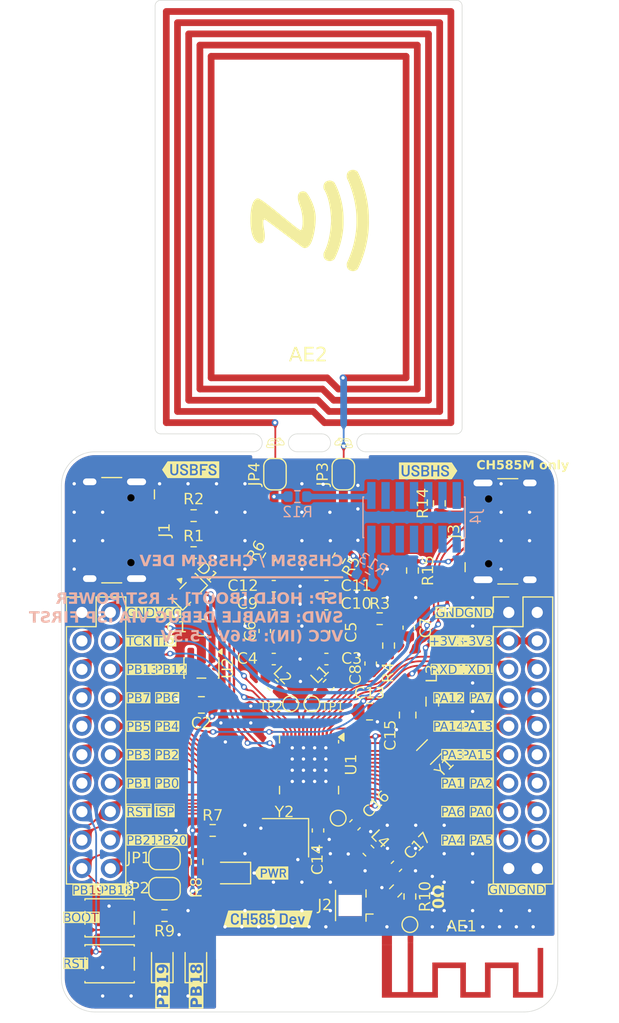
<source format=kicad_pcb>
(kicad_pcb
	(version 20241229)
	(generator "pcbnew")
	(generator_version "9.0")
	(general
		(thickness 1.6)
		(legacy_teardrops no)
	)
	(paper "A4")
	(layers
		(0 "F.Cu" signal)
		(2 "B.Cu" signal)
		(9 "F.Adhes" user "F.Adhesive")
		(11 "B.Adhes" user "B.Adhesive")
		(13 "F.Paste" user)
		(15 "B.Paste" user)
		(5 "F.SilkS" user "F.Silkscreen")
		(7 "B.SilkS" user "B.Silkscreen")
		(1 "F.Mask" user)
		(3 "B.Mask" user)
		(17 "Dwgs.User" user "User.Drawings")
		(19 "Cmts.User" user "User.Comments")
		(21 "Eco1.User" user "User.Eco1")
		(23 "Eco2.User" user "User.Eco2")
		(25 "Edge.Cuts" user)
		(27 "Margin" user)
		(31 "F.CrtYd" user "F.Courtyard")
		(29 "B.CrtYd" user "B.Courtyard")
		(35 "F.Fab" user)
		(33 "B.Fab" user)
		(39 "User.1" user)
		(41 "User.2" user)
		(43 "User.3" user)
		(45 "User.4" user)
	)
	(setup
		(stackup
			(layer "F.SilkS"
				(type "Top Silk Screen")
			)
			(layer "F.Paste"
				(type "Top Solder Paste")
			)
			(layer "F.Mask"
				(type "Top Solder Mask")
				(thickness 0.01)
			)
			(layer "F.Cu"
				(type "copper")
				(thickness 0.035)
			)
			(layer "dielectric 1"
				(type "core")
				(thickness 1.51)
				(material "FR4")
				(epsilon_r 4.5)
				(loss_tangent 0.02)
			)
			(layer "B.Cu"
				(type "copper")
				(thickness 0.035)
			)
			(layer "B.Mask"
				(type "Bottom Solder Mask")
				(thickness 0.01)
			)
			(layer "B.Paste"
				(type "Bottom Solder Paste")
			)
			(layer "B.SilkS"
				(type "Bottom Silk Screen")
			)
			(copper_finish "None")
			(dielectric_constraints no)
		)
		(pad_to_mask_clearance 0)
		(allow_soldermask_bridges_in_footprints no)
		(tenting front back)
		(grid_origin 70.16 68)
		(pcbplotparams
			(layerselection 0x00000000_00000000_55555555_5755f5ff)
			(plot_on_all_layers_selection 0x00000000_00000000_00000000_00000000)
			(disableapertmacros no)
			(usegerberextensions no)
			(usegerberattributes yes)
			(usegerberadvancedattributes yes)
			(creategerberjobfile yes)
			(dashed_line_dash_ratio 12.000000)
			(dashed_line_gap_ratio 3.000000)
			(svgprecision 4)
			(plotframeref no)
			(mode 1)
			(useauxorigin no)
			(hpglpennumber 1)
			(hpglpenspeed 20)
			(hpglpendiameter 15.000000)
			(pdf_front_fp_property_popups yes)
			(pdf_back_fp_property_popups yes)
			(pdf_metadata yes)
			(pdf_single_document no)
			(dxfpolygonmode yes)
			(dxfimperialunits yes)
			(dxfusepcbnewfont yes)
			(psnegative no)
			(psa4output no)
			(plot_black_and_white yes)
			(sketchpadsonfab no)
			(plotpadnumbers no)
			(hidednponfab no)
			(sketchdnponfab yes)
			(crossoutdnponfab yes)
			(subtractmaskfromsilk no)
			(outputformat 1)
			(mirror no)
			(drillshape 1)
			(scaleselection 1)
			(outputdirectory "")
		)
	)
	(property "SHEETTOTAL" "1")
	(net 0 "")
	(net 1 "GND")
	(net 2 "Net-(AE1-Pad1)")
	(net 3 "+3V3")
	(net 4 "Net-(C3-Pad1)")
	(net 5 "Net-(C4-Pad2)")
	(net 6 "Net-(C11-Pad1)")
	(net 7 "Net-(C10-Pad2)")
	(net 8 "Net-(C7-Pad2)")
	(net 9 "/NFCI")
	(net 10 "/NFCM")
	(net 11 "Net-(U1-VINTA)")
	(net 12 "Net-(U1-VDCIA)")
	(net 13 "Net-(U1-ANT)")
	(net 14 "VCC")
	(net 15 "VBUS")
	(net 16 "Net-(D2-A)")
	(net 17 "Net-(D3-K)")
	(net 18 "Net-(D4-K)")
	(net 19 "/UD+")
	(net 20 "unconnected-(J1-SBU2-PadB8)")
	(net 21 "/UD-")
	(net 22 "Net-(J1-CC1)")
	(net 23 "Net-(J1-CC2)")
	(net 24 "unconnected-(J1-SBU1-PadA8)")
	(net 25 "/ANT+")
	(net 26 "/ANT-")
	(net 27 "unconnected-(J4-Pin_11-Pad11)")
	(net 28 "unconnected-(J4-Pin_1-Pad1)")
	(net 29 "unconnected-(J4-Pin_10-Pad10)")
	(net 30 "unconnected-(J4-Pin_9-Pad9)")
	(net 31 "unconnected-(J4-Pin_12-Pad12)")
	(net 32 "unconnected-(J4-Pin_7-Pad7)")
	(net 33 "unconnected-(J4-Pin_3-Pad3)")
	(net 34 "unconnected-(J4-Pin_5-Pad5)")
	(net 35 "unconnected-(J4-Pin_4-Pad4)")
	(net 36 "unconnected-(J4-Pin_6-Pad6)")
	(net 37 "unconnected-(J4-Pin_8-Pad8)")
	(net 38 "unconnected-(J4-Pin_2-Pad2)")
	(net 39 "/TXD1")
	(net 40 "/RXD1")
	(net 41 "Net-(J2-In)")
	(net 42 "/TCK")
	(net 43 "/TIO")
	(net 44 "/PB18")
	(net 45 "Net-(JP1-A)")
	(net 46 "Net-(JP2-B)")
	(net 47 "/PB19")
	(net 48 "/NFC+")
	(net 49 "/NFC-")
	(net 50 "Net-(U1-VSW)")
	(net 51 "/~{ISP}")
	(net 52 "/~{RST}")
	(net 53 "/PB0")
	(net 54 "/PB6")
	(net 55 "/PB2")
	(net 56 "/PB5")
	(net 57 "/PB3")
	(net 58 "/PA3")
	(net 59 "/PA13")
	(net 60 "Net-(U1-X32MO)")
	(net 61 "/PB21")
	(net 62 "/PB13")
	(net 63 "/PB7")
	(net 64 "/PB20")
	(net 65 "/PA5")
	(net 66 "/PA7")
	(net 67 "/PA14")
	(net 68 "/PA2")
	(net 69 "/PA4")
	(net 70 "/PA0")
	(net 71 "/PB4")
	(net 72 "Net-(U1-PA10)")
	(net 73 "/PB12")
	(net 74 "/PA1")
	(net 75 "/PA6")
	(net 76 "Net-(U1-X32MI)")
	(net 77 "/PB1")
	(net 78 "/PA12")
	(net 79 "/PA15")
	(net 80 "Net-(U1-PA11)")
	(net 81 "unconnected-(U2-NC-Pad4)")
	(net 82 "Net-(C17-Pad1)")
	(net 83 "Net-(J4-Pin_13)")
	(net 84 "Net-(J4-Pin_14)")
	(net 85 "+5V")
	(net 86 "Net-(JP4-B)")
	(net 87 "Net-(JP3-B)")
	(net 88 "Net-(J3-CC2)")
	(net 89 "unconnected-(J3-SBU2-PadB8)")
	(net 90 "Net-(J3-CC1)")
	(net 91 "unconnected-(J3-SBU1-PadA8)")
	(footprint "Capacitor_SMD:C_0603_1608Metric" (layer "F.Cu") (at 71.8 103.4 -90))
	(footprint "Jumper:SolderJumper-2_P1.3mm_Open_RoundedPad1.0x1.5mm" (layer "F.Cu") (at 58.1 108.6))
	(footprint "Resistor_SMD:R_0603_1608Metric" (layer "F.Cu") (at 82.63 74.2 90))
	(footprint "Resistor_SMD:R_0603_1608Metric" (layer "F.Cu") (at 61 106.2 -90))
	(footprint "Resistor_SMD:R_0603_1608Metric" (layer "F.Cu") (at 67.46 79.1 60))
	(footprint "Capacitor_SMD:C_0603_1608Metric" (layer "F.Cu") (at 72.55 88.1 180))
	(footprint "Miiine:TS3425PA" (layer "F.Cu") (at 53.2 111.2))
	(footprint "Resistor_SMD:R_0603_1608Metric" (layer "F.Cu") (at 58.1 111 180))
	(footprint "PCM_JLCPCB:MouseBites, Mechanical, JLCPCB, 1.6mm" (layer "F.Cu") (at 77.09 69.6 90))
	(footprint "Capacitor_SMD:C_0603_1608Metric" (layer "F.Cu") (at 72.55 83.2 180))
	(footprint "Resistor_SMD:R_0603_1608Metric" (layer "F.Cu") (at 62.4 103.4))
	(footprint "Resistor_SMD:R_0603_1608Metric" (layer "F.Cu") (at 80 109.3 -90))
	(footprint "Connector_PinHeader_2.54mm:PinHeader_2x10_P2.54mm_Vertical" (layer "F.Cu") (at 50.725 83.94))
	(footprint "Capacitor_SMD:C_0603_1608Metric" (layer "F.Cu") (at 67.85 83.2 180))
	(footprint "TestPoint:TestPoint_Pad_D1.0mm" (layer "F.Cu") (at 69.35 92.1))
	(footprint "Capacitor_SMD:C_0805_2012Metric" (layer "F.Cu") (at 61.393449 92.193449 180))
	(footprint "kibuzzard-697F88F7" (layer "F.Cu") (at 81.63 71.3))
	(footprint "kibuzzard-697F890A" (layer "F.Cu") (at 60.43 71.2))
	(footprint "Capacitor_SMD:C_0603_1608Metric" (layer "F.Cu") (at 72.55 81.6 180))
	(footprint "Capacitor_SMD:C_0603_1608Metric" (layer "F.Cu") (at 79.9 85.3 90))
	(footprint "Package_TO_SOT_SMD:SOT-23"
		(layer "F.Cu")
		(uuid "4b1bc7f4-0084-4e2e-ab8e-bfc087cda5ad")
		(at 60.293449 82
... [1796537 chars truncated]
</source>
